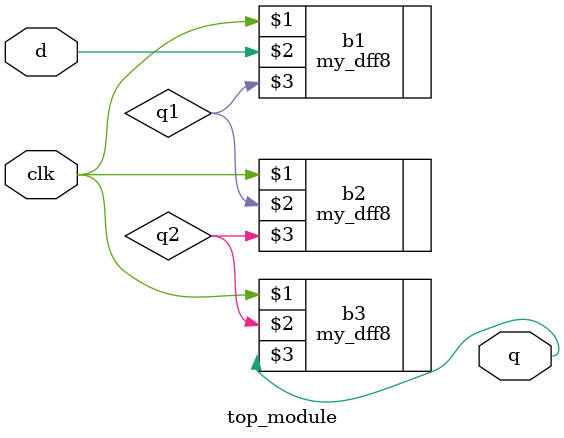
<source format=v>
module top_module ( input clk, input d, output q );
    wire q1,q2;
    my_dff8 b1(clk,d,q1);
    my_dff8 b2(clk,q1,q2);
    my_dff8 b3(clk,q2,q);
endmodule

</source>
